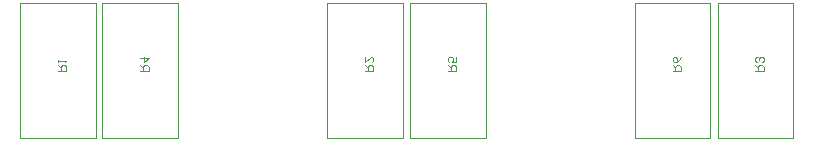
<source format=gbr>
%TF.GenerationSoftware,Altium Limited,Altium Designer,21.6.4 (81)*%
G04 Layer_Color=32896*
%FSLAX43Y43*%
%MOMM*%
%TF.SameCoordinates,1AC814DF-7433-4E0E-8A45-847F92D72221*%
%TF.FilePolarity,Positive*%
%TF.FileFunction,Other,Bottom_Assembly*%
%TF.Part,Single*%
G01*
G75*
%TA.AperFunction,NonConductor*%
%ADD52C,0.100*%
D52*
X38309Y37300D02*
Y48700D01*
X44709Y37300D02*
Y48700D01*
X38309D02*
X44709D01*
X38309Y37300D02*
X44709D01*
X64344D02*
Y48700D01*
X70744Y37300D02*
Y48700D01*
X64344D02*
X70744D01*
X64344Y37300D02*
X70744D01*
X57334D02*
X63734D01*
X57334Y48700D02*
X63734D01*
Y37300D02*
Y48700D01*
X57334Y37300D02*
Y48700D01*
X31299Y37300D02*
X37699D01*
X31299Y48700D02*
X37699D01*
Y37300D02*
Y48700D01*
X31299Y37300D02*
Y48700D01*
X12267Y37300D02*
X18667D01*
X12267Y48700D02*
X18667D01*
Y37300D02*
Y48700D01*
X12267Y37300D02*
Y48700D01*
X5282Y37300D02*
X11682D01*
X5282Y48700D02*
X11682D01*
Y37300D02*
Y48700D01*
X5282Y37300D02*
Y48700D01*
X41509Y43000D02*
X42209D01*
Y43350D01*
X42093Y43467D01*
X41859D01*
X41743Y43350D01*
Y43000D01*
Y43233D02*
X41509Y43467D01*
X42209Y44166D02*
Y43700D01*
X41859D01*
X41976Y43933D01*
Y44050D01*
X41859Y44166D01*
X41626D01*
X41509Y44050D01*
Y43816D01*
X41626Y43700D01*
X67544Y43000D02*
X68244D01*
Y43350D01*
X68128Y43467D01*
X67894D01*
X67778Y43350D01*
Y43000D01*
Y43233D02*
X67544Y43467D01*
X68128Y43700D02*
X68244Y43816D01*
Y44050D01*
X68128Y44166D01*
X68011D01*
X67894Y44050D01*
Y43933D01*
Y44050D01*
X67778Y44166D01*
X67661D01*
X67544Y44050D01*
Y43816D01*
X67661Y43700D01*
X60534Y43000D02*
X61234D01*
Y43350D01*
X61117Y43467D01*
X60884D01*
X60767Y43350D01*
Y43000D01*
Y43233D02*
X60534Y43467D01*
X61234Y44166D02*
X61117Y43933D01*
X60884Y43700D01*
X60651D01*
X60534Y43816D01*
Y44050D01*
X60651Y44166D01*
X60767D01*
X60884Y44050D01*
Y43700D01*
X34499Y43000D02*
X35199D01*
Y43350D01*
X35082Y43467D01*
X34849D01*
X34732Y43350D01*
Y43000D01*
Y43233D02*
X34499Y43467D01*
Y44166D02*
Y43700D01*
X34966Y44166D01*
X35082D01*
X35199Y44050D01*
Y43816D01*
X35082Y43700D01*
X15467Y43000D02*
X16166D01*
Y43350D01*
X16050Y43467D01*
X15816D01*
X15700Y43350D01*
Y43000D01*
Y43233D02*
X15467Y43467D01*
Y44050D02*
X16166D01*
X15816Y43700D01*
Y44166D01*
X8482Y43000D02*
X9181D01*
Y43350D01*
X9065Y43467D01*
X8831D01*
X8715Y43350D01*
Y43000D01*
Y43233D02*
X8482Y43467D01*
Y43700D02*
Y43933D01*
Y43816D01*
X9181D01*
X9065Y43700D01*
%TF.MD5,b729a339b50059a194831108d8d471a1*%
M02*

</source>
